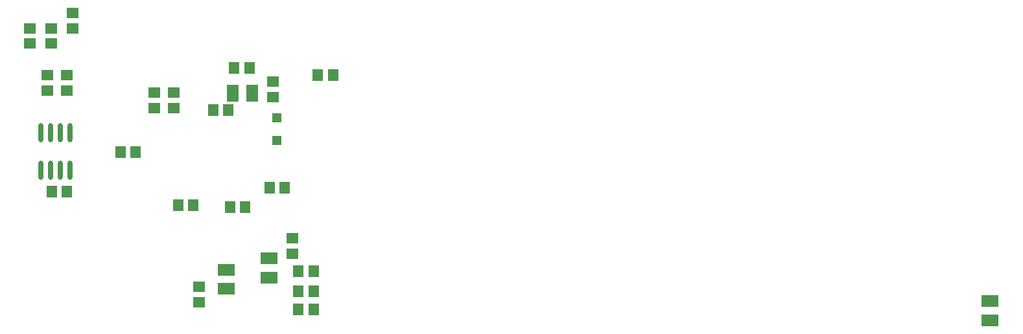
<source format=gbp>
%FSLAX25Y25*%
%MOIN*%
G70*
G01*
G75*
G04 Layer_Color=128*
%ADD10C,0.03000*%
%ADD11C,0.05000*%
%ADD12R,0.09055X0.05906*%
%ADD13R,0.05906X0.05512*%
%ADD14R,0.05512X0.05906*%
%ADD15R,0.18000X0.19000*%
%ADD16R,0.18000X0.18000*%
%ADD17C,0.09843*%
%ADD18C,0.05906*%
%ADD19C,0.07087*%
%ADD20R,0.07087X0.07087*%
%ADD21C,0.07874*%
%ADD22C,0.06299*%
%ADD23R,0.06299X0.06299*%
%ADD24C,0.06299*%
%ADD25C,0.27000*%
%ADD26O,0.11811X0.09843*%
%ADD27R,0.11811X0.09843*%
%ADD28R,0.07087X0.07087*%
%ADD29C,0.11811*%
%ADD30R,0.05906X0.09055*%
%ADD31O,0.02756X0.09843*%
%ADD32R,0.04803X0.04921*%
%ADD33C,0.06000*%
%ADD34R,0.23000X0.29000*%
%ADD35R,0.50800X0.48500*%
%ADD36R,0.25000X0.07000*%
%ADD37R,0.71440X1.29200*%
%ADD38R,0.94240X1.26700*%
%ADD39R,0.80583X2.30800*%
%ADD40R,0.73443X0.74200*%
%ADD41R,0.26000X0.12800*%
%ADD42R,0.18000X2.24000*%
%ADD43C,0.00787*%
%ADD44C,0.02362*%
%ADD45C,0.00984*%
%ADD46C,0.01000*%
%ADD47C,0.00800*%
%ADD48C,0.00591*%
%ADD49R,1.90000X1.86000*%
%ADD50R,0.15800X0.01900*%
%ADD51R,0.09855X0.06706*%
%ADD52R,0.06706X0.06312*%
%ADD53R,0.06312X0.06706*%
%ADD54C,0.10642*%
%ADD55C,0.06706*%
%ADD56C,0.07887*%
%ADD57R,0.07887X0.07887*%
%ADD58C,0.08674*%
%ADD59C,0.07099*%
%ADD60R,0.07099X0.07099*%
%ADD61C,0.07099*%
%ADD62C,0.27800*%
%ADD63O,0.12611X0.10642*%
%ADD64R,0.12611X0.10642*%
%ADD65R,0.07887X0.07887*%
%ADD66C,0.12611*%
%ADD67R,0.06706X0.09855*%
%ADD68O,0.03556X0.10642*%
%ADD69R,0.05603X0.05721*%
D12*
X2719800Y813832D02*
D03*
Y823700D02*
D03*
X2741800Y829568D02*
D03*
Y819700D02*
D03*
X3112500Y797632D02*
D03*
Y807500D02*
D03*
D13*
X2641000Y948000D02*
D03*
Y955874D02*
D03*
X2706000Y807000D02*
D03*
Y814874D02*
D03*
X2743800Y920474D02*
D03*
Y912600D02*
D03*
X2754000Y832000D02*
D03*
Y839874D02*
D03*
X2693000Y914874D02*
D03*
Y907000D02*
D03*
X2683000Y914874D02*
D03*
Y907000D02*
D03*
X2638000Y916000D02*
D03*
Y923874D02*
D03*
X2628000Y916000D02*
D03*
Y923874D02*
D03*
X2630000Y948000D02*
D03*
Y940126D02*
D03*
X2619000Y948000D02*
D03*
Y940126D02*
D03*
D14*
X2630126Y864000D02*
D03*
X2638000D02*
D03*
X2729674Y855897D02*
D03*
X2721800D02*
D03*
X2756863Y803200D02*
D03*
X2764737D02*
D03*
X2665426Y884200D02*
D03*
X2673300D02*
D03*
X2756863Y812700D02*
D03*
X2764737D02*
D03*
X2774874Y924000D02*
D03*
X2767000D02*
D03*
X2731800Y927600D02*
D03*
X2723926D02*
D03*
X2713126Y906000D02*
D03*
X2721000D02*
D03*
X2756863Y823000D02*
D03*
X2764737D02*
D03*
X2695063Y857000D02*
D03*
X2702937D02*
D03*
X2749937Y866000D02*
D03*
X2742063D02*
D03*
D30*
X2723300Y914600D02*
D03*
X2733168D02*
D03*
D31*
X2639400Y875054D02*
D03*
X2634400D02*
D03*
X2629400D02*
D03*
X2624400D02*
D03*
X2639400Y894346D02*
D03*
X2634400D02*
D03*
X2629400D02*
D03*
X2624400D02*
D03*
D32*
X2746000Y890386D02*
D03*
Y902000D02*
D03*
M02*

</source>
